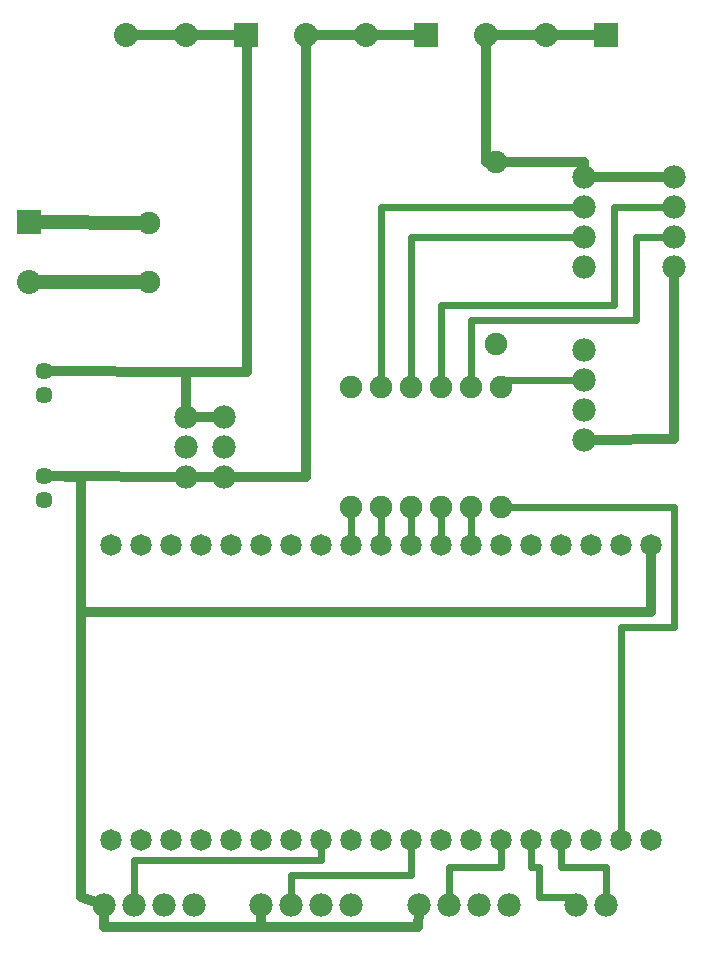
<source format=gtl>
G04 MADE WITH FRITZING*
G04 WWW.FRITZING.ORG*
G04 DOUBLE SIDED*
G04 HOLES PLATED*
G04 CONTOUR ON CENTER OF CONTOUR VECTOR*
%ASAXBY*%
%FSLAX23Y23*%
%MOIN*%
%OFA0B0*%
%SFA1.0B1.0*%
%ADD10C,0.071828*%
%ADD11C,0.075000*%
%ADD12C,0.057000*%
%ADD13C,0.080000*%
%ADD14C,0.078000*%
%ADD15R,0.080000X0.080000*%
%ADD16R,0.079986X0.080000*%
%ADD17C,0.048000*%
%ADD18C,0.032000*%
%ADD19C,0.024000*%
%LNCOPPER1*%
G90*
G70*
G54D10*
X2146Y1340D03*
X2046Y1340D03*
X1947Y1340D03*
X1846Y1340D03*
X1747Y1340D03*
X1647Y1340D03*
X1546Y1340D03*
X1447Y1340D03*
X1346Y1340D03*
X1247Y1340D03*
X1147Y1340D03*
X1046Y1340D03*
X947Y1340D03*
X847Y1340D03*
X747Y1340D03*
X647Y1340D03*
X548Y1340D03*
X447Y1340D03*
X347Y1340D03*
X347Y354D03*
X447Y354D03*
X548Y354D03*
X647Y354D03*
X747Y354D03*
X847Y354D03*
X947Y354D03*
X1046Y354D03*
X1147Y354D03*
X1247Y354D03*
X1346Y354D03*
X1447Y354D03*
X1546Y354D03*
X1647Y354D03*
X1747Y354D03*
X1846Y354D03*
X1947Y354D03*
X2046Y354D03*
X2146Y354D03*
G54D11*
X473Y2215D03*
X473Y2412D03*
X1630Y2616D03*
X1630Y2010D03*
G54D12*
X123Y1918D03*
X123Y1840D03*
X123Y1918D03*
X123Y1840D03*
X123Y1568D03*
X123Y1490D03*
X123Y1568D03*
X123Y1490D03*
G54D11*
X1148Y1865D03*
X1148Y1465D03*
X1248Y1865D03*
X1248Y1465D03*
X1348Y1865D03*
X1348Y1465D03*
X1448Y1865D03*
X1448Y1465D03*
X1648Y1865D03*
X1648Y1465D03*
X1548Y1865D03*
X1548Y1465D03*
G54D13*
X598Y3040D03*
X398Y3040D03*
X798Y3040D03*
X1198Y3040D03*
X998Y3040D03*
X1398Y3040D03*
X73Y2415D03*
X73Y2215D03*
X1798Y3040D03*
X1598Y3040D03*
X1998Y3040D03*
G54D14*
X1923Y1990D03*
X1923Y1890D03*
X1923Y1790D03*
X1923Y1690D03*
X1148Y139D03*
X1048Y139D03*
X948Y139D03*
X848Y139D03*
X623Y139D03*
X523Y139D03*
X423Y139D03*
X323Y139D03*
X1673Y139D03*
X1573Y139D03*
X1473Y139D03*
X1373Y139D03*
X1998Y139D03*
X1898Y139D03*
X1923Y2565D03*
X1923Y2465D03*
X1923Y2365D03*
X1923Y2265D03*
X2223Y2565D03*
X2223Y2465D03*
X2223Y2365D03*
X2223Y2265D03*
X723Y1765D03*
X723Y1665D03*
X723Y1565D03*
X598Y1765D03*
X598Y1665D03*
X598Y1565D03*
G54D15*
X798Y3040D03*
X1398Y3040D03*
G54D16*
X73Y2415D03*
G54D15*
X1998Y3040D03*
G54D17*
X455Y2412D02*
X93Y2414D01*
G54D18*
D02*
X1018Y3040D02*
X1178Y3040D01*
D02*
X1218Y3040D02*
X1378Y3040D01*
D02*
X2204Y2565D02*
X1942Y2565D01*
D02*
X1923Y2584D02*
X1923Y2614D01*
D02*
X1923Y2614D02*
X1647Y2616D01*
D02*
X1612Y2615D02*
X1598Y2614D01*
D02*
X1598Y2614D02*
X1598Y3020D01*
D02*
X1618Y3040D02*
X1778Y3040D01*
D02*
X1818Y3040D02*
X1978Y3040D01*
G54D17*
D02*
X455Y2215D02*
X93Y2215D01*
G54D18*
D02*
X597Y1914D02*
X799Y1914D01*
D02*
X799Y1914D02*
X799Y3040D01*
D02*
X799Y3040D02*
X618Y3040D01*
D02*
X598Y1784D02*
X597Y1914D01*
D02*
X418Y3040D02*
X578Y3040D01*
D02*
X618Y3040D02*
X778Y3040D01*
G54D19*
D02*
X1348Y1882D02*
X1347Y2365D01*
D02*
X1347Y2365D02*
X1904Y2365D01*
D02*
X1248Y1882D02*
X1247Y2465D01*
D02*
X1247Y2465D02*
X1904Y2465D01*
G54D18*
D02*
X617Y1565D02*
X704Y1565D01*
D02*
X136Y1568D02*
X623Y1565D01*
D02*
X623Y1565D02*
X617Y1565D01*
D02*
X704Y1765D02*
X617Y1765D01*
D02*
X136Y1918D02*
X598Y1914D01*
D02*
X598Y1914D02*
X598Y1784D01*
G54D19*
D02*
X1447Y1359D02*
X1448Y1447D01*
D02*
X1347Y1359D02*
X1348Y1447D01*
D02*
X1247Y1359D02*
X1248Y1447D01*
D02*
X1147Y1359D02*
X1148Y1447D01*
D02*
X1647Y1882D02*
X1647Y1890D01*
D02*
X1647Y1890D02*
X1904Y1890D01*
D02*
X1547Y2090D02*
X2098Y2090D01*
D02*
X2098Y2090D02*
X2098Y2365D01*
D02*
X1548Y1882D02*
X1547Y2090D01*
D02*
X2098Y2365D02*
X2204Y2365D01*
D02*
X2023Y2465D02*
X2204Y2465D01*
D02*
X2023Y2138D02*
X2023Y2465D01*
D02*
X1448Y1882D02*
X1447Y2138D01*
D02*
X1447Y2138D02*
X2023Y2138D01*
G54D18*
D02*
X1372Y64D02*
X847Y64D01*
D02*
X1373Y120D02*
X1372Y64D01*
D02*
X847Y64D02*
X848Y120D01*
D02*
X847Y64D02*
X323Y64D01*
D02*
X323Y64D02*
X323Y120D01*
D02*
X848Y120D02*
X847Y64D01*
D02*
X2147Y1114D02*
X2146Y1320D01*
D02*
X247Y1114D02*
X2147Y1114D01*
D02*
X247Y1565D02*
X247Y1114D01*
D02*
X247Y165D02*
X305Y145D01*
D02*
X247Y265D02*
X247Y165D01*
D02*
X247Y1565D02*
X247Y265D01*
D02*
X136Y1568D02*
X247Y1565D01*
G54D19*
D02*
X1546Y1359D02*
X1547Y1447D01*
D02*
X1748Y265D02*
X1774Y265D01*
D02*
X1774Y265D02*
X1774Y164D01*
D02*
X948Y239D02*
X948Y158D01*
D02*
X1347Y335D02*
X1348Y239D01*
D02*
X1348Y239D02*
X948Y239D01*
D02*
X1473Y264D02*
X1648Y264D01*
D02*
X1648Y264D02*
X1647Y335D01*
D02*
X1473Y158D02*
X1473Y264D01*
D02*
X1899Y164D02*
X1899Y158D01*
D02*
X1747Y335D02*
X1748Y265D01*
D02*
X1774Y164D02*
X1899Y164D01*
D02*
X1997Y265D02*
X1847Y265D01*
D02*
X1847Y265D02*
X1846Y335D01*
D02*
X1998Y158D02*
X1997Y265D01*
G54D18*
D02*
X2224Y1691D02*
X1942Y1690D01*
D02*
X2223Y2246D02*
X2224Y1691D01*
D02*
X998Y3020D02*
X998Y1565D01*
D02*
X998Y1565D02*
X742Y1565D01*
G54D19*
D02*
X2048Y1065D02*
X2223Y1065D01*
D02*
X2223Y1065D02*
X2223Y1465D01*
D02*
X2046Y373D02*
X2048Y1065D01*
D02*
X2223Y1465D02*
X1665Y1465D01*
D02*
X423Y290D02*
X423Y158D01*
D02*
X1047Y335D02*
X1048Y290D01*
D02*
X1048Y290D02*
X423Y290D01*
G04 End of Copper1*
M02*
</source>
